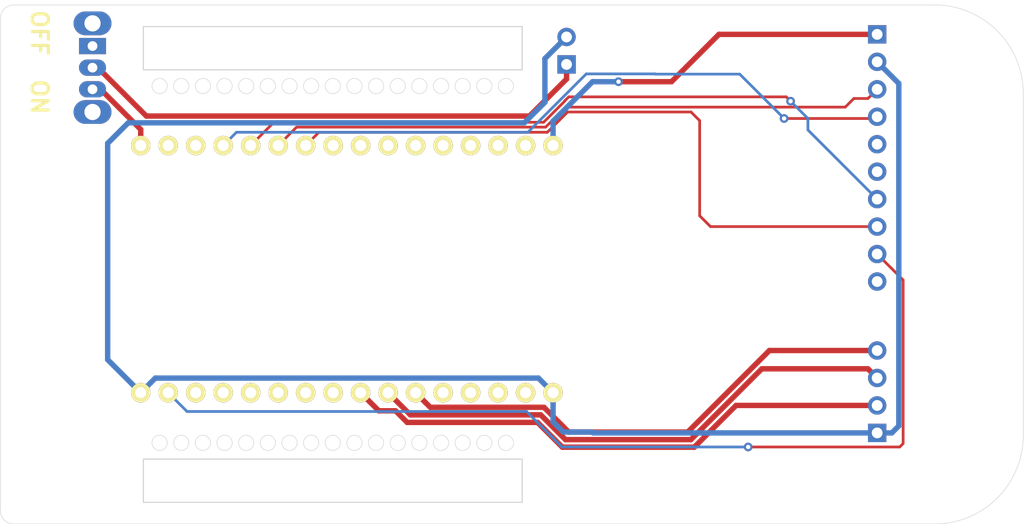
<source format=kicad_pcb>
(kicad_pcb (version 20171130) (host pcbnew "(5.1.4-0)")

  (general
    (thickness 1.6)
    (drawings 53)
    (tracks 110)
    (zones 0)
    (modules 5)
    (nets 13)
  )

  (page A4)
  (layers
    (0 F.Cu signal)
    (31 B.Cu signal)
    (32 B.Adhes user)
    (33 F.Adhes user)
    (34 B.Paste user)
    (35 F.Paste user)
    (36 B.SilkS user)
    (37 F.SilkS user)
    (38 B.Mask user)
    (39 F.Mask user)
    (40 Dwgs.User user)
    (41 Cmts.User user)
    (42 Eco1.User user)
    (43 Eco2.User user)
    (44 Edge.Cuts user)
    (45 Margin user)
    (46 B.CrtYd user)
    (47 F.CrtYd user)
    (48 B.Fab user)
    (49 F.Fab user)
  )

  (setup
    (last_trace_width 0.5)
    (user_trace_width 0.5)
    (user_trace_width 0.75)
    (user_trace_width 1)
    (trace_clearance 0.2)
    (zone_clearance 0.508)
    (zone_45_only no)
    (trace_min 0.2)
    (via_size 0.8)
    (via_drill 0.4)
    (via_min_size 0.4)
    (via_min_drill 0.3)
    (uvia_size 0.3)
    (uvia_drill 0.1)
    (uvias_allowed no)
    (uvia_min_size 0.2)
    (uvia_min_drill 0.1)
    (edge_width 0.05)
    (segment_width 0.2)
    (pcb_text_width 0.3)
    (pcb_text_size 1.5 1.5)
    (mod_edge_width 0.12)
    (mod_text_size 1 1)
    (mod_text_width 0.15)
    (pad_size 1.524 1.524)
    (pad_drill 0.762)
    (pad_to_mask_clearance 0.051)
    (solder_mask_min_width 0.25)
    (aux_axis_origin 0 0)
    (visible_elements FFFFEFFF)
    (pcbplotparams
      (layerselection 0x010f0_ffffffff)
      (usegerberextensions false)
      (usegerberattributes false)
      (usegerberadvancedattributes false)
      (creategerberjobfile false)
      (excludeedgelayer false)
      (linewidth 0.150000)
      (plotframeref false)
      (viasonmask false)
      (mode 1)
      (useauxorigin true)
      (hpglpennumber 1)
      (hpglpenspeed 20)
      (hpglpendiameter 15.000000)
      (psnegative false)
      (psa4output false)
      (plotreference true)
      (plotvalue true)
      (plotinvisibletext false)
      (padsonsilk true)
      (subtractmaskfromsilk false)
      (outputformat 1)
      (mirror false)
      (drillshape 0)
      (scaleselection 1)
      (outputdirectory "plots/"))
  )

  (net 0 "")
  (net 1 "Net-(J1-Pad9)")
  (net 2 "Net-(J1-Pad8)")
  (net 3 "Net-(J1-Pad7)")
  (net 4 "Net-(J1-Pad4)")
  (net 5 GND)
  (net 6 +3V3)
  (net 7 "Net-(J1-Pad3)")
  (net 8 "Net-(J3-Pad1)")
  (net 9 +BATT)
  (net 10 "Net-(J2-Pad4)")
  (net 11 "Net-(J2-Pad3)")
  (net 12 "Net-(J2-Pad2)")

  (net_class Default "This is the default net class."
    (clearance 0.2)
    (trace_width 0.25)
    (via_dia 0.8)
    (via_drill 0.4)
    (uvia_dia 0.3)
    (uvia_drill 0.1)
    (add_net +3V3)
    (add_net +BATT)
    (add_net GND)
    (add_net "Net-(J1-Pad10)")
    (add_net "Net-(J1-Pad3)")
    (add_net "Net-(J1-Pad4)")
    (add_net "Net-(J1-Pad5)")
    (add_net "Net-(J1-Pad6)")
    (add_net "Net-(J1-Pad7)")
    (add_net "Net-(J1-Pad8)")
    (add_net "Net-(J1-Pad9)")
    (add_net "Net-(J2-Pad2)")
    (add_net "Net-(J2-Pad3)")
    (add_net "Net-(J2-Pad4)")
    (add_net "Net-(J3-Pad1)")
    (add_net "Net-(U1-Pad14)")
    (add_net "Net-(U1-Pad15)")
    (add_net "Net-(U1-Pad19)")
    (add_net "Net-(U1-Pad2)")
    (add_net "Net-(U1-Pad20)")
    (add_net "Net-(U1-Pad21)")
    (add_net "Net-(U1-Pad22)")
    (add_net "Net-(U1-Pad23)")
    (add_net "Net-(U1-Pad24)")
    (add_net "Net-(U1-Pad28)")
    (add_net "Net-(U1-Pad29)")
    (add_net "Net-(U1-Pad3)")
    (add_net "Net-(U1-Pad30)")
    (add_net "Net-(U1-Pad31)")
    (add_net "Net-(U1-Pad4)")
    (add_net "Net-(U1-Pad5)")
    (add_net "Net-(U1-Pad6)")
    (add_net "Net-(U1-Pad7)")
    (add_net "Net-(U1-Pad8)")
    (add_net "Net-(U1-Pad9)")
  )

  (module Button_Switch_THT:SW_CuK_OS102011MA1QN1_SPDT_Angled (layer F.Cu) (tedit 5DEEB287) (tstamp 5DEA6033)
    (at 89.4 104.8 270)
    (descr "CuK miniature slide switch, OS series, SPDT, right angle, http://www.ckswitches.com/media/1428/os.pdf")
    (tags "switch SPDT")
    (path /5DEA52B4)
    (fp_text reference SW1 (at 1.4 -3.6 270) (layer Cmts.User)
      (effects (font (size 1 1) (thickness 0.15)))
    )
    (fp_text value SW_Push_SPDT (at 1.7 7.7 270) (layer F.Fab)
      (effects (font (size 1 1) (thickness 0.15)))
    )
    (fp_text user %R (at 2.3 1.7 270) (layer F.Fab)
      (effects (font (size 0.5 0.5) (thickness 0.1)))
    )
    (pad "" thru_hole oval (at 6.1 0 270) (size 2.2 3.5) (drill 1.5) (layers *.Cu *.Mask))
    (pad "" thru_hole oval (at -2.1 0 270) (size 2.2 3.5) (drill 1.5) (layers *.Cu *.Mask))
    (pad 3 thru_hole oval (at 4 0 270) (size 1.5 2.5) (drill 0.9) (layers *.Cu *.Mask)
      (net 9 +BATT))
    (pad 2 thru_hole oval (at 2 0 270) (size 1.5 2.5) (drill 0.9) (layers *.Cu *.Mask)
      (net 8 "Net-(J3-Pad1)"))
    (pad 1 thru_hole rect (at 0 0 270) (size 1.5 2.5) (drill 0.9) (layers *.Cu *.Mask))
    (model ${KISYS3DMOD}/Button_Switch_THT.3dshapes/SW_CuK_OS102011MA1QN1_SPDT_Angled.wrl
      (at (xyz 0 0 0))
      (scale (xyz 1 1 1))
      (rotate (xyz 0 0 0))
    )
  )

  (module LoLinD32_Board:LolinD32 (layer F.Cu) (tedit 5DEEB567) (tstamp 5DEA60A9)
    (at 107.9 125.7094 270)
    (path /5DD461C4)
    (fp_text reference U1 (at 0 0.5 90) (layer Cmts.User)
      (effects (font (size 1 1) (thickness 0.15)))
    )
    (fp_text value LolinD32 (at 0 -0.5 90) (layer Cmts.User)
      (effects (font (size 1 1) (thickness 0.15)))
    )
    (fp_text user "KEEP-OUT ZONE" (at -0.2032 -34.621 90) (layer Cmts.User)
      (effects (font (size 1 1) (thickness 0.15)))
    )
    (fp_text user Antenna (at -0.2032 -28.621 90) (layer Cmts.User)
      (effects (font (size 1 1) (thickness 0.15)))
    )
    (fp_text user "5 mm" (at 11.5968 -29.996 90) (layer Cmts.User)
      (effects (font (size 0.5 0.5) (thickness 0.1)))
    )
    (fp_text user "5 mm" (at 7.5968 -34.696) (layer Cmts.User)
      (effects (font (size 0.5 0.5) (thickness 0.1)))
    )
    (fp_text user "5 mm" (at -11.4032 -29.996 90) (layer Cmts.User)
      (effects (font (size 0.5 0.5) (thickness 0.1)))
    )
    (fp_line (start -14.2032 -25.591) (end -14.2032 -36.371) (layer Dwgs.User) (width 0.1))
    (fp_line (start -14.4532 -36.621) (end 14.0468 -36.621) (layer F.CrtYd) (width 0.05))
    (fp_line (start 13.7968 -25.591) (end -14.2032 -25.591) (layer Dwgs.User) (width 0.1))
    (fp_line (start 13.7968 -25.591) (end 13.7968 -36.371) (layer Dwgs.User) (width 0.1))
    (fp_line (start 13.7968 -36.371) (end -14.2032 -36.371) (layer Dwgs.User) (width 0.1))
    (fp_line (start -14.4532 -36.621) (end -14.4532 -25.341) (layer F.CrtYd) (width 0.05))
    (fp_line (start 14.0468 -36.621) (end 14.0468 -25.341) (layer F.CrtYd) (width 0.05))
    (fp_line (start -14.1484 -25.341) (end -9.6484 -25.341) (layer F.CrtYd) (width 0.05))
    (fp_line (start 9.8516 -25.341) (end 14.3516 -25.341) (layer F.CrtYd) (width 0.05))
    (fp_line (start -12.7282 -36.371) (end -14.2032 -35.281) (layer Dwgs.User) (width 0.1))
    (fp_line (start -10.7282 -36.371) (end -14.2032 -33.666) (layer Dwgs.User) (width 0.1))
    (fp_line (start -8.7282 -36.371) (end -14.2032 -32.051) (layer Dwgs.User) (width 0.1))
    (fp_line (start -6.7282 -36.371) (end -14.2032 -30.436) (layer Dwgs.User) (width 0.1))
    (fp_line (start -4.7282 -36.371) (end -14.2032 -28.821) (layer Dwgs.User) (width 0.1))
    (fp_line (start -2.7282 -36.371) (end -14.2032 -27.206) (layer Dwgs.User) (width 0.1))
    (fp_line (start -0.7282 -36.371) (end -14.2032 -25.591) (layer Dwgs.User) (width 0.1))
    (fp_line (start 1.2718 -36.371) (end -12.2032 -25.591) (layer Dwgs.User) (width 0.1))
    (fp_line (start 3.2718 -36.371) (end -10.2032 -25.591) (layer Dwgs.User) (width 0.1))
    (fp_line (start -8.2032 -25.591) (end 5.2718 -36.371) (layer Dwgs.User) (width 0.1))
    (fp_line (start 7.2718 -36.371) (end -6.2032 -25.591) (layer Dwgs.User) (width 0.1))
    (fp_line (start 9.2718 -36.371) (end -4.2032 -25.591) (layer Dwgs.User) (width 0.1))
    (fp_line (start 11.2718 -36.371) (end -2.2032 -25.591) (layer Dwgs.User) (width 0.1))
    (fp_line (start 13.2718 -36.371) (end -0.2032 -25.591) (layer Dwgs.User) (width 0.1))
    (fp_line (start 13.7968 -35.281) (end 1.7968 -25.591) (layer Dwgs.User) (width 0.1))
    (fp_line (start 13.7968 -33.666) (end 3.7968 -25.591) (layer Dwgs.User) (width 0.1))
    (fp_line (start 13.7968 -32.051) (end 5.7968 -25.591) (layer Dwgs.User) (width 0.1))
    (fp_line (start 13.7968 -30.436) (end 7.7968 -25.591) (layer Dwgs.User) (width 0.1))
    (fp_line (start 13.7968 -28.821) (end 9.7968 -25.591) (layer Dwgs.User) (width 0.1))
    (fp_line (start 13.7968 -27.206) (end 11.7968 -25.591) (layer Dwgs.User) (width 0.1))
    (fp_line (start 8.9968 -29.496) (end 13.5968 -29.496) (layer Cmts.User) (width 0.1))
    (fp_line (start 13.5968 -29.496) (end 13.3968 -29.696) (layer Cmts.User) (width 0.1))
    (fp_line (start 13.5968 -29.496) (end 13.3968 -29.296) (layer Cmts.User) (width 0.1))
    (fp_line (start 8.9968 -29.496) (end 9.1968 -29.696) (layer Cmts.User) (width 0.1))
    (fp_line (start 8.9968 -29.496) (end 9.1968 -29.296) (layer Cmts.User) (width 0.1))
    (fp_line (start -14.0032 -29.496) (end -13.8032 -29.696) (layer Cmts.User) (width 0.1))
    (fp_line (start -14.0032 -29.496) (end -13.8032 -29.296) (layer Cmts.User) (width 0.1))
    (fp_line (start -9.4032 -29.496) (end -9.6032 -29.296) (layer Cmts.User) (width 0.1))
    (fp_line (start -14.0032 -29.496) (end -9.4032 -29.496) (layer Cmts.User) (width 0.1))
    (fp_line (start -9.4032 -29.496) (end -9.6032 -29.696) (layer Cmts.User) (width 0.1))
    (fp_line (start 8.1968 -31.621) (end 7.9968 -31.821) (layer Cmts.User) (width 0.1))
    (fp_line (start 8.1968 -31.621) (end 8.3968 -31.821) (layer Cmts.User) (width 0.1))
    (fp_line (start 8.1968 -36.221) (end 8.3968 -36.021) (layer Cmts.User) (width 0.1))
    (fp_line (start 8.1968 -31.621) (end 8.1968 -36.221) (layer Cmts.User) (width 0.1))
    (fp_line (start 8.1968 -36.221) (end 7.9968 -36.021) (layer Cmts.User) (width 0.1))
    (pad 23 thru_hole circle (at 11.1506 -1.1938 270) (size 1.8 1.8) (drill 1.016) (layers *.Cu *.Mask F.SilkS))
    (pad 16 thru_hole circle (at -11.7094 14.0462 270) (size 1.8 1.8) (drill 1.016) (layers *.Cu *.Mask F.SilkS)
      (net 9 +BATT))
    (pad 32 thru_hole circle (at 11.1506 -24.0538 270) (size 1.8 1.8) (drill 1.016) (layers *.Cu *.Mask F.SilkS)
      (net 5 GND))
    (pad 31 thru_hole circle (at 11.1506 -21.5138 270) (size 1.8 1.8) (drill 1.016) (layers *.Cu *.Mask F.SilkS))
    (pad 30 thru_hole circle (at 11.1506 -18.9738 270) (size 1.8 1.8) (drill 1.016) (layers *.Cu *.Mask F.SilkS))
    (pad 29 thru_hole circle (at 11.1506 -16.4338 270) (size 1.8 1.8) (drill 1.016) (layers *.Cu *.Mask F.SilkS))
    (pad 28 thru_hole circle (at 11.1506 -13.8938 270) (size 1.8 1.8) (drill 1.016) (layers *.Cu *.Mask F.SilkS))
    (pad 27 thru_hole circle (at 11.1506 -11.3538 270) (size 1.8 1.8) (drill 1.016) (layers *.Cu *.Mask F.SilkS)
      (net 10 "Net-(J2-Pad4)"))
    (pad 26 thru_hole circle (at 11.1506 -8.8138 270) (size 1.8 1.8) (drill 1.016) (layers *.Cu *.Mask F.SilkS)
      (net 11 "Net-(J2-Pad3)"))
    (pad 25 thru_hole circle (at 11.1506 -6.2738 270) (size 1.8 1.8) (drill 1.016) (layers *.Cu *.Mask F.SilkS)
      (net 12 "Net-(J2-Pad2)"))
    (pad 1 thru_hole circle (at -11.7094 -24.0538 270) (size 1.8 1.8) (drill 1.016) (layers *.Cu *.Mask F.SilkS)
      (net 6 +3V3))
    (pad 2 thru_hole circle (at -11.7094 -21.5138 270) (size 1.8 1.8) (drill 1.016) (layers *.Cu *.Mask F.SilkS))
    (pad 3 thru_hole circle (at -11.7094 -18.9738 270) (size 1.8 1.8) (drill 1.016) (layers *.Cu *.Mask F.SilkS))
    (pad 8 thru_hole circle (at -11.7094 -6.2738 270) (size 1.8 1.8) (drill 1.016) (layers *.Cu *.Mask F.SilkS))
    (pad 9 thru_hole circle (at -11.7094 -3.7338 270) (size 1.8 1.8) (drill 1.016) (layers *.Cu *.Mask F.SilkS))
    (pad 10 thru_hole circle (at -11.7094 -1.1938 270) (size 1.8 1.8) (drill 1.016) (layers *.Cu *.Mask F.SilkS)
      (net 2 "Net-(J1-Pad8)"))
    (pad 11 thru_hole circle (at -11.7094 1.3462 270) (size 1.8 1.8) (drill 1.016) (layers *.Cu *.Mask F.SilkS)
      (net 7 "Net-(J1-Pad3)"))
    (pad 15 thru_hole circle (at -11.7094 11.5062 270) (size 1.8 1.8) (drill 1.016) (layers *.Cu *.Mask F.SilkS))
    (pad 12 thru_hole circle (at -11.7094 3.8862 270) (size 1.8 1.8) (drill 1.016) (layers *.Cu *.Mask F.SilkS)
      (net 3 "Net-(J1-Pad7)"))
    (pad 6 thru_hole circle (at -11.7094 -11.3538 270) (size 1.8 1.8) (drill 1.016) (layers *.Cu *.Mask F.SilkS))
    (pad 7 thru_hole circle (at -11.7094 -8.8138 270) (size 1.8 1.8) (drill 1.016) (layers *.Cu *.Mask F.SilkS))
    (pad 4 thru_hole circle (at -11.7094 -16.4338 270) (size 1.8 1.8) (drill 1.016) (layers *.Cu *.Mask F.SilkS))
    (pad 5 thru_hole circle (at -11.7094 -13.8938 270) (size 1.8 1.8) (drill 1.016) (layers *.Cu *.Mask F.SilkS))
    (pad 13 thru_hole circle (at -11.7094 6.4262 270) (size 1.8 1.8) (drill 1.016) (layers *.Cu *.Mask F.SilkS)
      (net 4 "Net-(J1-Pad4)"))
    (pad 19 thru_hole circle (at 11.1506 8.9662 270) (size 1.8 1.8) (drill 1.016) (layers *.Cu *.Mask F.SilkS))
    (pad 18 thru_hole circle (at 11.1506 11.5062 270) (size 1.8 1.8) (drill 1.016) (layers *.Cu *.Mask F.SilkS)
      (net 1 "Net-(J1-Pad9)"))
    (pad 21 thru_hole circle (at 11.1506 3.8862 270) (size 1.8 1.8) (drill 1.016) (layers *.Cu *.Mask F.SilkS))
    (pad 22 thru_hole circle (at 11.1506 1.3462 270) (size 1.8 1.8) (drill 1.016) (layers *.Cu *.Mask F.SilkS))
    (pad 17 thru_hole circle (at 11.1506 14.0462 270) (size 1.8 1.8) (drill 1.016) (layers *.Cu *.Mask F.SilkS)
      (net 5 GND))
    (pad 14 thru_hole circle (at -11.7094 8.9662 270) (size 1.8 1.8) (drill 1.016) (layers *.Cu *.Mask F.SilkS))
    (pad 24 thru_hole circle (at 11.1506 -3.7338 270) (size 1.8 1.8) (drill 1.016) (layers *.Cu *.Mask F.SilkS))
    (pad 20 thru_hole circle (at 11.1506 6.4262 270) (size 1.8 1.8) (drill 1.016) (layers *.Cu *.Mask F.SilkS))
  )

  (module Connector_PinHeader_2.54mm:PinHeader_1x02_P2.54mm_Vertical (layer F.Cu) (tedit 5DEEB2E7) (tstamp 5DEA5FA8)
    (at 133.2 106.5 180)
    (descr "Through hole straight pin header, 1x02, 2.54mm pitch, single row")
    (tags "Through hole pin header THT 1x02 2.54mm single row")
    (path /5DEC0394)
    (fp_text reference J3 (at 0 -2.33 180) (layer Cmts.User)
      (effects (font (size 1 1) (thickness 0.15)))
    )
    (fp_text value Conn_01x02 (at 0 4.87 180) (layer F.Fab)
      (effects (font (size 1 1) (thickness 0.15)))
    )
    (pad 1 thru_hole rect (at 0 0 180) (size 1.7 1.7) (drill 1) (layers *.Cu *.Mask)
      (net 8 "Net-(J3-Pad1)"))
    (pad 2 thru_hole oval (at 0 2.54 180) (size 1.7 1.7) (drill 1) (layers *.Cu *.Mask)
      (net 5 GND))
    (model ${KISYS3DMOD}/Connector_PinHeader_2.54mm.3dshapes/PinHeader_1x02_P2.54mm_Vertical.wrl
      (at (xyz 0 0 0))
      (scale (xyz 1 1 1))
      (rotate (xyz 0 0 0))
    )
  )

  (module Connector_PinHeader_2.54mm:PinHeader_1x04_P2.54mm_Vertical (layer F.Cu) (tedit 5DEEB1B8) (tstamp 5DEA838E)
    (at 161.9 140.58 180)
    (descr "Through hole straight pin header, 1x04, 2.54mm pitch, single row")
    (tags "Through hole pin header THT 1x04 2.54mm single row")
    (path /5DED980C)
    (fp_text reference J2 (at 0 -2.33 180) (layer Cmts.User)
      (effects (font (size 1 1) (thickness 0.15)))
    )
    (fp_text value Conn_01x04_Male (at 0 9.95 180) (layer F.Fab)
      (effects (font (size 1 1) (thickness 0.15)))
    )
    (pad 4 thru_hole oval (at 0 7.62 180) (size 1.7 1.7) (drill 1) (layers *.Cu *.Mask)
      (net 10 "Net-(J2-Pad4)"))
    (pad 3 thru_hole oval (at 0 5.08 180) (size 1.7 1.7) (drill 1) (layers *.Cu *.Mask)
      (net 11 "Net-(J2-Pad3)"))
    (pad 2 thru_hole oval (at 0 2.54 180) (size 1.7 1.7) (drill 1) (layers *.Cu *.Mask)
      (net 12 "Net-(J2-Pad2)"))
    (pad 1 thru_hole rect (at 0 0 180) (size 1.7 1.7) (drill 1) (layers *.Cu *.Mask)
      (net 5 GND))
    (model ${KISYS3DMOD}/Connector_PinHeader_2.54mm.3dshapes/PinHeader_1x04_P2.54mm_Vertical.wrl
      (at (xyz 0 0 0))
      (scale (xyz 1 1 1))
      (rotate (xyz 0 0 0))
    )
  )

  (module Connector_PinHeader_2.54mm:PinHeader_1x10_P2.54mm_Vertical (layer F.Cu) (tedit 5DEEB18F) (tstamp 5DEA5F78)
    (at 161.9 103.72)
    (descr "Through hole straight pin header, 1x10, 2.54mm pitch, single row")
    (tags "Through hole pin header THT 1x10 2.54mm single row")
    (path /5DD6838A)
    (fp_text reference J1 (at 0 -2.33) (layer B.Adhes)
      (effects (font (size 1 1) (thickness 0.15)))
    )
    (fp_text value "To MPU9250" (at 0 25.19) (layer F.Fab)
      (effects (font (size 1 1) (thickness 0.15)))
    )
    (pad 10 thru_hole oval (at 0 22.86) (size 1.7 1.7) (drill 1) (layers *.Cu *.Mask))
    (pad 9 thru_hole oval (at 0 20.32) (size 1.7 1.7) (drill 1) (layers *.Cu *.Mask)
      (net 1 "Net-(J1-Pad9)"))
    (pad 8 thru_hole oval (at 0 17.78) (size 1.7 1.7) (drill 1) (layers *.Cu *.Mask)
      (net 2 "Net-(J1-Pad8)"))
    (pad 7 thru_hole oval (at 0 15.24) (size 1.7 1.7) (drill 1) (layers *.Cu *.Mask)
      (net 3 "Net-(J1-Pad7)"))
    (pad 6 thru_hole oval (at 0 12.7) (size 1.7 1.7) (drill 1) (layers *.Cu *.Mask))
    (pad 5 thru_hole oval (at 0 10.16) (size 1.7 1.7) (drill 1) (layers *.Cu *.Mask))
    (pad 4 thru_hole oval (at 0 7.62) (size 1.7 1.7) (drill 1) (layers *.Cu *.Mask)
      (net 4 "Net-(J1-Pad4)"))
    (pad 3 thru_hole oval (at 0 5.08) (size 1.7 1.7) (drill 1) (layers *.Cu *.Mask)
      (net 7 "Net-(J1-Pad3)"))
    (pad 2 thru_hole oval (at 0 2.54) (size 1.7 1.7) (drill 1) (layers *.Cu *.Mask)
      (net 5 GND))
    (pad 1 thru_hole rect (at 0 0) (size 1.7 1.7) (drill 1) (layers *.Cu *.Mask)
      (net 6 +3V3))
    (model ${KISYS3DMOD}/Connector_PinHeader_2.54mm.3dshapes/PinHeader_1x10_P2.54mm_Vertical.wrl
      (at (xyz 0 0 0))
      (scale (xyz 1 1 1))
      (rotate (xyz 0 0 0))
    )
  )

  (gr_text OFF (at 84.5 103.6 270) (layer F.SilkS) (tstamp 5DEF2515)
    (effects (font (size 1.5 1.5) (thickness 0.3)))
  )
  (gr_arc (start 167.2 109.2) (end 175.4 109.2) (angle -90) (layer Edge.Cuts) (width 0.05))
  (gr_arc (start 167.2 140.8) (end 167.2 149) (angle -90) (layer Edge.Cuts) (width 0.05))
  (gr_arc (start 82.1 147.8) (end 80.9 147.8) (angle -90) (layer Edge.Cuts) (width 0.05))
  (gr_arc (start 82.1 102.2) (end 82.1 101) (angle -90) (layer Edge.Cuts) (width 0.05))
  (gr_line (start 94.1 143) (end 94.1 147) (layer Edge.Cuts) (width 0.1) (tstamp 5DEF50A6))
  (gr_circle (center 125.6 141.5) (end 125.1 141) (layer Edge.Cuts) (width 0.05) (tstamp 5DEF50A5))
  (gr_circle (center 127.6 141.5) (end 127.1 141) (layer Edge.Cuts) (width 0.05) (tstamp 5DEF50A4))
  (gr_line (start 94.1 147) (end 129.1 147) (layer Edge.Cuts) (width 0.1) (tstamp 5DEF50A3))
  (gr_circle (center 113.6 141.5) (end 113.1 141) (layer Edge.Cuts) (width 0.05) (tstamp 5DEF50A2))
  (gr_line (start 129.1 147) (end 129.1 143) (layer Edge.Cuts) (width 0.1) (tstamp 5DEF50A1))
  (gr_line (start 129.1 143) (end 94.1 143) (layer Edge.Cuts) (width 0.1) (tstamp 5DEF50A0))
  (gr_circle (center 111.6 141.5) (end 111.1 141) (layer Edge.Cuts) (width 0.05) (tstamp 5DEF509F))
  (gr_circle (center 121.6 141.5) (end 121.1 141) (layer Edge.Cuts) (width 0.05) (tstamp 5DEF509E))
  (gr_circle (center 123.6 141.5) (end 123.1 141) (layer Edge.Cuts) (width 0.05) (tstamp 5DEF509D))
  (gr_circle (center 95.6 141.5) (end 95.1 141) (layer Edge.Cuts) (width 0.05) (tstamp 5DEF509C))
  (gr_circle (center 107.6 141.5) (end 107.1 141) (layer Edge.Cuts) (width 0.05) (tstamp 5DEF509B))
  (gr_circle (center 117.6 141.5) (end 117.1 141) (layer Edge.Cuts) (width 0.05) (tstamp 5DEF509A))
  (gr_circle (center 105.6 141.5) (end 105.1 141) (layer Edge.Cuts) (width 0.05) (tstamp 5DEF5099))
  (gr_circle (center 115.6 141.5) (end 115.1 141) (layer Edge.Cuts) (width 0.05) (tstamp 5DEF5098))
  (gr_circle (center 97.6 141.5) (end 97.1 141) (layer Edge.Cuts) (width 0.05) (tstamp 5DEF5097))
  (gr_circle (center 119.6 141.5) (end 119.1 141) (layer Edge.Cuts) (width 0.05) (tstamp 5DEF5096))
  (gr_circle (center 103.6 141.5) (end 103.1 141) (layer Edge.Cuts) (width 0.05) (tstamp 5DEF5095))
  (gr_circle (center 101.6 141.5) (end 101.1 141) (layer Edge.Cuts) (width 0.05) (tstamp 5DEF5094))
  (gr_circle (center 99.6 141.5) (end 99.1 141) (layer Edge.Cuts) (width 0.05) (tstamp 5DEF5093))
  (gr_circle (center 109.6 141.5) (end 109.1 141) (layer Edge.Cuts) (width 0.05) (tstamp 5DEF5092))
  (gr_circle (center 127.6 108.5) (end 128.1 109) (layer Edge.Cuts) (width 0.05) (tstamp 5DEF4F73))
  (gr_circle (center 113.6 108.5) (end 114.1 109) (layer Edge.Cuts) (width 0.05) (tstamp 5DEF4F69))
  (gr_circle (center 111.6 108.5) (end 112.1 109) (layer Edge.Cuts) (width 0.05) (tstamp 5DEF4F68))
  (gr_circle (center 125.6 108.5) (end 126.1 109) (layer Edge.Cuts) (width 0.05) (tstamp 5DEF4F67))
  (gr_circle (center 117.6 108.5) (end 118.1 109) (layer Edge.Cuts) (width 0.05) (tstamp 5DEF4F66))
  (gr_circle (center 115.6 108.5) (end 116.1 109) (layer Edge.Cuts) (width 0.05) (tstamp 5DEF4F65))
  (gr_circle (center 121.6 108.5) (end 122.1 109) (layer Edge.Cuts) (width 0.05) (tstamp 5DEF4F64))
  (gr_circle (center 123.6 108.5) (end 124.1 109) (layer Edge.Cuts) (width 0.05) (tstamp 5DEF4F63))
  (gr_circle (center 119.6 108.5) (end 120.1 109) (layer Edge.Cuts) (width 0.05) (tstamp 5DEF4F62))
  (gr_circle (center 105.6 108.5) (end 106.1 109) (layer Edge.Cuts) (width 0.05) (tstamp 5DEF4F4D))
  (gr_circle (center 103.6 108.5) (end 104.1 109) (layer Edge.Cuts) (width 0.05) (tstamp 5DEF4F4C))
  (gr_circle (center 109.6 108.5) (end 110.1 109) (layer Edge.Cuts) (width 0.05) (tstamp 5DEF4F4B))
  (gr_circle (center 107.6 108.5) (end 108.1 109) (layer Edge.Cuts) (width 0.05) (tstamp 5DEF4F4A))
  (gr_circle (center 101.6 108.5) (end 102.1 109) (layer Edge.Cuts) (width 0.05) (tstamp 5DEF4F47))
  (gr_circle (center 99.6 108.5) (end 100.1 109) (layer Edge.Cuts) (width 0.05) (tstamp 5DEF4F46))
  (gr_circle (center 97.6 108.5) (end 98.1 109) (layer Edge.Cuts) (width 0.05) (tstamp 5DEF4F44))
  (gr_circle (center 95.6 108.5) (end 96.1 109) (layer Edge.Cuts) (width 0.05))
  (gr_line (start 129.1 103) (end 94.1 103) (layer Edge.Cuts) (width 0.1))
  (gr_line (start 129.1 107) (end 129.1 103) (layer Edge.Cuts) (width 0.1))
  (gr_line (start 94.1 107) (end 129.1 107) (layer Edge.Cuts) (width 0.1))
  (gr_line (start 94.1 103) (end 94.1 107) (layer Edge.Cuts) (width 0.1))
  (gr_text ON (at 84.5 109.5 270) (layer F.SilkS)
    (effects (font (size 1.5 1.5) (thickness 0.3)))
  )
  (gr_line (start 175.4 127.5) (end 175.4 128) (layer Eco1.User) (width 0.15) (tstamp 5DEA6D6B))
  (gr_line (start 80.9 147.8) (end 80.9 102.2) (layer Edge.Cuts) (width 0.05) (tstamp 5DEA5D43))
  (gr_line (start 167.2 149) (end 82.1 149) (layer Edge.Cuts) (width 0.05))
  (gr_line (start 175.4 109.2) (end 175.4 140.8) (layer Edge.Cuts) (width 0.05))
  (gr_line (start 82.1 101) (end 167.2 101) (layer Edge.Cuts) (width 0.05))

  (segment (start 149.980001 141.880001) (end 149.980001 141.880001) (width 0.5) (layer B.Cu) (net 1) (tstamp 5DEF2335))
  (segment (start 96.3938 136.86) (end 98.1338 138.6) (width 0.25) (layer B.Cu) (net 1))
  (segment (start 98.1338 138.6) (end 129.5 138.6) (width 0.25) (layer B.Cu) (net 1))
  (segment (start 132.780001 141.880001) (end 149.980001 141.880001) (width 0.25) (layer B.Cu) (net 1))
  (segment (start 129.5 138.6) (end 132.780001 141.880001) (width 0.25) (layer B.Cu) (net 1))
  (segment (start 149.980001 141.880001) (end 149.980001 141.880001) (width 0.5) (layer B.Cu) (net 1) (tstamp 5DEF2495))
  (via (at 149.980001 141.880001) (size 0.8) (drill 0.4) (layers F.Cu B.Cu) (net 1))
  (segment (start 149.980001 141.880001) (end 163.980001 141.880001) (width 0.25) (layer F.Cu) (net 1))
  (segment (start 163.980001 141.880001) (end 164.3 141.560002) (width 0.25) (layer F.Cu) (net 1))
  (segment (start 164.3 126.44) (end 161.9 124.04) (width 0.25) (layer F.Cu) (net 1))
  (segment (start 164.3 141.560002) (end 164.3 126.44) (width 0.25) (layer F.Cu) (net 1))
  (segment (start 110.318801 112.774999) (end 131.425001 112.774999) (width 0.25) (layer F.Cu) (net 2))
  (segment (start 109.0938 114) (end 110.318801 112.774999) (width 0.25) (layer F.Cu) (net 2))
  (segment (start 131.425001 112.774999) (end 133.3 110.9) (width 0.25) (layer F.Cu) (net 2))
  (segment (start 133.3 110.9) (end 144.7 110.9) (width 0.25) (layer F.Cu) (net 2))
  (segment (start 144.7 110.9) (end 145.5 111.7) (width 0.25) (layer F.Cu) (net 2))
  (segment (start 145.5 111.7) (end 145.5 120.5) (width 0.25) (layer F.Cu) (net 2))
  (segment (start 146.5 121.5) (end 161.9 121.5) (width 0.25) (layer F.Cu) (net 2))
  (segment (start 145.5 120.5) (end 146.5 121.5) (width 0.25) (layer F.Cu) (net 2))
  (segment (start 131.07719 111.84999) (end 133.02718 109.9) (width 0.25) (layer F.Cu) (net 3))
  (segment (start 106.16381 111.84999) (end 131.07719 111.84999) (width 0.25) (layer F.Cu) (net 3))
  (segment (start 104.0138 114) (end 106.16381 111.84999) (width 0.25) (layer F.Cu) (net 3))
  (segment (start 133.02718 109.9) (end 133.02718 109.87282) (width 0.25) (layer F.Cu) (net 3))
  (via (at 153.9 109.9) (size 0.8) (drill 0.4) (layers F.Cu B.Cu) (net 3))
  (segment (start 155.5 112.56) (end 161.9 118.96) (width 0.25) (layer B.Cu) (net 3))
  (segment (start 153.9 109.9) (end 155.5 111.5) (width 0.25) (layer B.Cu) (net 3))
  (segment (start 155.5 111.5) (end 155.5 112.56) (width 0.25) (layer B.Cu) (net 3))
  (segment (start 133.399999 109.500001) (end 133.15 109.75) (width 0.25) (layer F.Cu) (net 3))
  (segment (start 153.500001 109.500001) (end 133.399999 109.500001) (width 0.25) (layer F.Cu) (net 3))
  (segment (start 153.9 109.9) (end 153.500001 109.500001) (width 0.25) (layer F.Cu) (net 3))
  (segment (start 133.02718 109.87282) (end 133.15 109.75) (width 0.25) (layer F.Cu) (net 3))
  (segment (start 153.3 111.5) (end 153.3 111.5) (width 0.25) (layer B.Cu) (net 4) (tstamp 5DEF2342))
  (via (at 153.3 111.5) (size 0.8) (drill 0.4) (layers F.Cu B.Cu) (net 4))
  (segment (start 161.74 111.5) (end 161.9 111.34) (width 0.25) (layer F.Cu) (net 4))
  (segment (start 153.3 111.5) (end 161.74 111.5) (width 0.25) (layer F.Cu) (net 4))
  (segment (start 149.2 107.4) (end 153.3 111.5) (width 0.25) (layer B.Cu) (net 4))
  (segment (start 141.4 107.4) (end 149.2 107.4) (width 0.25) (layer B.Cu) (net 4))
  (segment (start 101.4738 114) (end 102.698801 112.774999) (width 0.25) (layer B.Cu) (net 4))
  (segment (start 141.374999 107.374999) (end 141.4 107.4) (width 0.25) (layer B.Cu) (net 4))
  (segment (start 135.025001 107.374999) (end 141.374999 107.374999) (width 0.25) (layer B.Cu) (net 4))
  (segment (start 129.625001 112.774999) (end 135.025001 107.374999) (width 0.25) (layer B.Cu) (net 4))
  (segment (start 102.698801 112.774999) (end 129.625001 112.774999) (width 0.25) (layer B.Cu) (net 4))
  (segment (start 131.9538 139.5538) (end 131.9538 136.86) (width 0.5) (layer B.Cu) (net 5))
  (segment (start 135.5938 140.5) (end 132.9 140.5) (width 0.5) (layer B.Cu) (net 5))
  (segment (start 163.9 108.26) (end 163.9 139.93) (width 0.5) (layer B.Cu) (net 5))
  (segment (start 163.9 139.93) (end 163.25 140.58) (width 0.5) (layer B.Cu) (net 5))
  (segment (start 135.6738 140.58) (end 135.5938 140.5) (width 0.5) (layer B.Cu) (net 5))
  (segment (start 163.25 140.58) (end 161.9 140.58) (width 0.5) (layer B.Cu) (net 5))
  (segment (start 161.9 140.58) (end 135.6738 140.58) (width 0.5) (layer B.Cu) (net 5))
  (segment (start 132.9 140.5) (end 131.9538 139.5538) (width 0.5) (layer B.Cu) (net 5))
  (segment (start 161.9 106.26) (end 163.9 108.26) (width 0.5) (layer B.Cu) (net 5))
  (segment (start 90.8 133.8062) (end 93.8538 136.86) (width 0.5) (layer B.Cu) (net 5))
  (segment (start 90.8 113.8) (end 90.8 133.8062) (width 0.5) (layer B.Cu) (net 5))
  (segment (start 90.8 113.8) (end 92.7 111.9) (width 0.5) (layer B.Cu) (net 5))
  (segment (start 92.7 111.9) (end 129.3 111.9) (width 0.5) (layer B.Cu) (net 5))
  (segment (start 129.3 111.9) (end 131.2 110) (width 0.5) (layer B.Cu) (net 5))
  (segment (start 131.2 105.96) (end 133.2 103.96) (width 0.5) (layer B.Cu) (net 5))
  (segment (start 131.2 110) (end 131.2 105.96) (width 0.5) (layer B.Cu) (net 5))
  (segment (start 94.753799 135.960001) (end 93.8538 136.86) (width 0.5) (layer B.Cu) (net 5))
  (segment (start 95.203801 135.509999) (end 94.753799 135.960001) (width 0.5) (layer B.Cu) (net 5))
  (segment (start 130.603799 135.509999) (end 95.203801 135.509999) (width 0.5) (layer B.Cu) (net 5))
  (segment (start 131.9538 136.86) (end 130.603799 135.509999) (width 0.5) (layer B.Cu) (net 5))
  (segment (start 131.9538 114) (end 131.9538 111.7462) (width 0.5) (layer B.Cu) (net 6))
  (segment (start 131.9538 111.7462) (end 135.6 108.1) (width 0.5) (layer B.Cu) (net 6))
  (segment (start 135.6 108.1) (end 138 108.1) (width 0.5) (layer B.Cu) (net 6))
  (segment (start 138 108.1) (end 138 108.1) (width 0.5) (layer B.Cu) (net 6) (tstamp 5DEF3DA9))
  (via (at 138 108.1) (size 0.8) (drill 0.4) (layers F.Cu B.Cu) (net 6))
  (segment (start 138 108.1) (end 142.9 108.1) (width 0.5) (layer F.Cu) (net 6))
  (segment (start 147.28 103.72) (end 161.9 103.72) (width 0.5) (layer F.Cu) (net 6))
  (segment (start 142.9 108.1) (end 147.28 103.72) (width 0.5) (layer F.Cu) (net 6))
  (segment (start 106.5538 114) (end 108.2538 112.3) (width 0.25) (layer F.Cu) (net 7))
  (segment (start 131.26359 112.3) (end 133.1136 110.44999) (width 0.25) (layer F.Cu) (net 7))
  (segment (start 108.2538 112.3) (end 131.26359 112.3) (width 0.25) (layer F.Cu) (net 7))
  (segment (start 133.1136 110.44999) (end 158.94999 110.44999) (width 0.25) (layer F.Cu) (net 7))
  (segment (start 159.749981 109.649999) (end 158.94999 110.44999) (width 0.25) (layer F.Cu) (net 7))
  (segment (start 161.050001 109.649999) (end 159.749981 109.649999) (width 0.25) (layer F.Cu) (net 7))
  (segment (start 161.9 108.8) (end 161.050001 109.649999) (width 0.25) (layer F.Cu) (net 7))
  (segment (start 89.9 104.8) (end 89.4 104.8) (width 0.5) (layer F.Cu) (net 0))
  (segment (start 89.4 106.8) (end 89.926592 106.8) (width 0.5) (layer F.Cu) (net 8))
  (segment (start 89.9 106.8) (end 89.4 106.8) (width 0.5) (layer F.Cu) (net 8))
  (segment (start 129.77502 111.27498) (end 94.37498 111.27498) (width 0.5) (layer F.Cu) (net 8))
  (segment (start 133.2 107.85) (end 129.77502 111.27498) (width 0.5) (layer F.Cu) (net 8))
  (segment (start 94.37498 111.27498) (end 89.9 106.8) (width 0.5) (layer F.Cu) (net 8))
  (segment (start 133.2 106.5) (end 133.2 107.85) (width 0.5) (layer F.Cu) (net 8))
  (segment (start 90.142045 108.8) (end 89.4 108.8) (width 0.5) (layer F.Cu) (net 9))
  (segment (start 93.8538 112.511755) (end 90.142045 108.8) (width 0.5) (layer F.Cu) (net 9))
  (segment (start 93.8538 114) (end 93.8538 112.511755) (width 0.5) (layer F.Cu) (net 9))
  (segment (start 131.110001 138.210001) (end 120.603801 138.210001) (width 0.5) (layer F.Cu) (net 10))
  (segment (start 144.4 140.5) (end 133.4 140.5) (width 0.5) (layer F.Cu) (net 10))
  (segment (start 151.94 132.96) (end 144.4 140.5) (width 0.5) (layer F.Cu) (net 10))
  (segment (start 120.153799 137.759999) (end 119.2538 136.86) (width 0.5) (layer F.Cu) (net 10))
  (segment (start 120.603801 138.210001) (end 120.153799 137.759999) (width 0.5) (layer F.Cu) (net 10))
  (segment (start 161.9 132.96) (end 151.94 132.96) (width 0.5) (layer F.Cu) (net 10))
  (segment (start 133.4 140.5) (end 131.110001 138.210001) (width 0.5) (layer F.Cu) (net 10))
  (segment (start 118.763811 138.910011) (end 117.613799 137.759999) (width 0.5) (layer F.Cu) (net 11))
  (segment (start 130.810011 138.910011) (end 118.763811 138.910011) (width 0.5) (layer F.Cu) (net 11))
  (segment (start 133.10001 141.20001) (end 130.810011 138.910011) (width 0.5) (layer F.Cu) (net 11))
  (segment (start 117.613799 137.759999) (end 116.7138 136.86) (width 0.5) (layer F.Cu) (net 11))
  (segment (start 144.689953 141.20001) (end 133.10001 141.20001) (width 0.5) (layer F.Cu) (net 11))
  (segment (start 151.239961 134.650001) (end 144.689953 141.20001) (width 0.5) (layer F.Cu) (net 11))
  (segment (start 161.9 135.5) (end 161.050001 134.650001) (width 0.5) (layer F.Cu) (net 11))
  (segment (start 161.050001 134.650001) (end 151.239961 134.650001) (width 0.5) (layer F.Cu) (net 11))
  (segment (start 115.849962 138.536162) (end 114.1738 136.86) (width 0.5) (layer F.Cu) (net 12))
  (segment (start 117.4 138.536162) (end 115.849962 138.536162) (width 0.5) (layer F.Cu) (net 12))
  (segment (start 130.520059 139.610021) (end 118.473858 139.610021) (width 0.5) (layer F.Cu) (net 12))
  (segment (start 132.810057 141.90002) (end 130.520059 139.610021) (width 0.5) (layer F.Cu) (net 12))
  (segment (start 144.99998 141.90002) (end 132.810057 141.90002) (width 0.5) (layer F.Cu) (net 12))
  (segment (start 148.86 138.04) (end 144.99998 141.90002) (width 0.5) (layer F.Cu) (net 12))
  (segment (start 118.473858 139.610021) (end 117.4 138.536162) (width 0.5) (layer F.Cu) (net 12))
  (segment (start 161.9 138.04) (end 148.86 138.04) (width 0.5) (layer F.Cu) (net 12))

)

</source>
